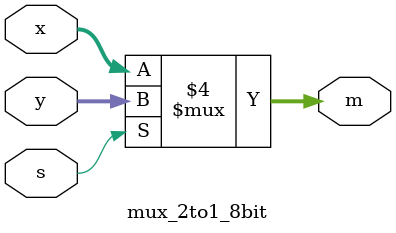
<source format=v>
module mux_2to1_8bit (m,s,x,y);
input[7:0] x,y;
input s;
output reg[7:0] m; 
always @(s or x or y) 
begin 
    if(s==1'b0) 
        m=x;
    else 
        m=y; 
end 
endmodule
</source>
